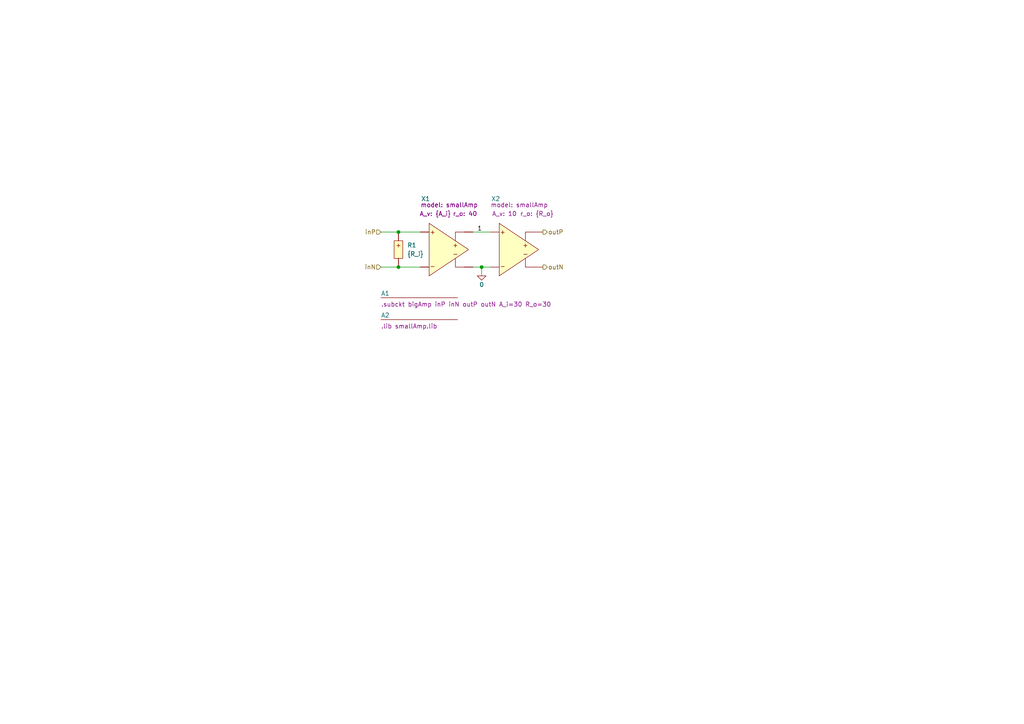
<source format=kicad_sch>
(kicad_sch (version 20250114) (generator "eeschema") (generator_version "9.0")
  (paper "A4")
  (lib_symbols
    (symbol "SLiCAP:Command" (pin_numbers (hide yes)) (pin_names (offset 0) (hide yes))
      (property "Reference" "A?" (at 0 1.27 0))
      (property "command" "?" (at 0 -1.905 0))
      (symbol "Command_0_1"
        (polyline (pts (xy 0 0) (xy 22.225 0)))
      )
    )
    (symbol "SLiCAP:GND" (power) (pin_numbers (hide yes)) (pin_names (offset 0) (hide yes))
      (property "Value" "0" (at 0 -2.54 0))
      (symbol "GND_0_1"
        (polyline (pts (xy -1.27 0) (xy 0 -1.27) (xy 1.27 0) (xy -1.27 0)))
      )
      (symbol "GND_1_1"
        (pin power_in line (at 0 0 0) (length 0) (name "~") (number "1"))
      )
    )
    (symbol "SLiCAP:R" (pin_numbers (hide yes)) (pin_names (offset 1.016) (hide yes))
      (property "Reference" "R?" (at 1.905 3.81 0))
      (property "Value" "?" (at 1.905 1.905 0) (show_name))
      (property "noisetemp" "0" (at 1.905 0 0) (show_name))
      (property "noiseflow" "0" (at 15.24 0 0) (show_name))
      (property "dcvar" "0" (at 1.905 -1.905 0) (show_name))
      (property "dcvarlot" "0" (at 15.24 -1.905 0) (show_name))
      (symbol "R_0_0"
        (text "+" (at 0 1.27 0) (effects (font (size 1.27 1.27))))
      )
      (symbol "R_1_0"
        (pin passive line (at 0 5.08 270) (length 2.54) (name "1") (number "1"))
        (pin passive line (at 0 -5.08 90) (length 2.54) (name "2") (number "2"))
      )
      (symbol "R_1_1"
        (rectangle (start -1.27 2.54) (end 1.27 -2.54) (fill (type background)))
      )
    )
    (symbol "SLiCAP:Xamp4" (pin_numbers (hide yes)) (pin_names (offset 0) (hide yes))
      (property "Reference" "X?" (at -4.826 12.319 0))
      (property "model" "?" (at -4.826 10.414 0) (show_name))
      (symbol "Xamp4_0_1"
        (polyline (pts (xy 5.08 5.08) (xy 2.54 5.08) (xy 2.54 2.54)))
        (polyline (pts (xy 5.08 -5.08) (xy 2.54 -5.08) (xy 2.54 -2.54)))
      )
      (symbol "Xamp4_1_0"
        (pin power_out line (at 7.62 5.08 180) (length 2.54) (name "outP") (number "3"))
        (pin power_out line (at 7.62 -5.08 180) (length 2.54) (name "outN") (number "4"))
      )
      (symbol "Xamp4_1_1"
        (polyline (pts (xy 6.35 0) (xy -5.08 7.62) (xy -5.08 -7.62) (xy 6.35 0)) (fill (type background)))
        (text "+" (at -4.064 5.08 0) (effects (font (size 1.27 1.27))))
        (text "-" (at -4.064 -4.826 0) (effects (font (size 1.27 1.27))))
        (text "+" (at 2.54 1.27 0) (effects (font (size 1.27 1.27))))
        (text "-" (at 2.54 -1.27 0) (effects (font (size 1.27 1.27))))
        (pin input line (at -7.62 5.08 0) (length 2.54) (name "inP") (number "1"))
        (pin input line (at -7.62 -5.08 0) (length 2.54) (name "inN") (number "2"))
      )
    )
  )
  (junction (at 115.57 77.47))
  (junction (at 115.57 67.31))
  (junction (at 139.7 77.47))
  (wire (pts (xy 142.24 67.31) (xy 137.16 67.31)))
  (wire (pts (xy 110.49 77.47) (xy 115.57 77.47)))
  (wire (pts (xy 142.24 77.47) (xy 139.7 77.47)))
  (wire (pts (xy 115.57 67.31) (xy 121.92 67.31)))
  (wire (pts (xy 139.7 77.47) (xy 137.16 77.47)))
  (wire (pts (xy 110.49 67.31) (xy 115.57 67.31)))
  (wire (pts (xy 139.7 77.47) (xy 139.7 80.01)))
  (wire (pts (xy 115.57 77.47) (xy 121.92 77.47)))
  (label "1" (at 138.43 67.31 0))
  (hierarchical_label "outN" (shape output) (at 157.48 77.47 0))
  (hierarchical_label "inN" (shape input) (at 110.49 77.47 180))
  (hierarchical_label "outP" (shape output) (at 157.48 67.31 0))
  (hierarchical_label "inP" (shape input) (at 110.49 67.31 180))
  (symbol (lib_id "SLiCAP:Command") (at 110.49 86.36 0) (unit 1)
    (property "Reference" "A1" (at 110.49 85.09 0) (effects (justify left)))
    (property "Description" "SLiCAP command (.lib, .param, .model. subckt}" (effects (hide yes)))
    (property "command" ".subckt bigAmp inP inN outP outN A_i=30 R_o=30" (at 110.49 88.265 0) (effects (justify left)))
  )
  (symbol (lib_id "SLiCAP:Command") (at 110.49 92.71 0) (unit 1)
    (property "Reference" "A2" (at 110.49 91.44 0) (effects (justify left)))
    (property "Description" "SLiCAP command (.lib, .param, .model. subckt}" (effects (hide yes)))
    (property "command" ".lib smallAmp.lib" (at 110.49 94.615 0) (effects (justify left)))
  )
  (symbol (lib_id "SLiCAP:GND") (at 139.7 80.01 0) (unit 1)
    (property "Reference" "#01" (effects (hide yes)))
    (property "Value" "0" (at 139.7 82.55 0))
    (property "Description" "0V reference potential" (effects (hide yes)))
  )
  (symbol (lib_id "SLiCAP:Xamp4") (at 149.86 72.39 0) (unit 1)
    (property "Reference" "X2" (at 143.764 57.658 0))
    (property "Description" "4-terminal amplifier sub circuit" (effects (hide yes)))
    (property "model" "smallAmp" (at 150.622 59.436 0) (show_name yes))
    (property "A_v" "10" (at 146.304 61.976 0) (show_name yes))
    (property "r_o" "{R_o}" (at 155.702 61.976 0) (show_name yes))
  )
  (symbol (lib_id "SLiCAP:R") (at 115.57 72.39 0) (unit 1)
    (property "Reference" "R1" (at 118.11 71.1199 0) (effects (justify left)))
    (property "Value" "{R_i}" (at 118.11 73.6599 0) (effects (justify left)))
    (property "Description" "Resistor (cannot have zero resistance)" (effects (hide yes)))
    (property "model" "R" (effects (hide yes)))
    (property "noisetemp" "0" (effects (hide yes)))
    (property "noiseflow" "0" (effects (hide yes)))
    (property "dcvar" "0" (effects (hide yes)))
    (property "dcvarlot" "0" (effects (hide yes)))
  )
  (symbol (lib_id "SLiCAP:Xamp4") (at 129.54 72.39 0) (unit 1)
    (property "Reference" "X1" (at 123.444 57.658 0))
    (property "Description" "4-terminal amplifier sub circuit" (effects (hide yes)))
    (property "model" "smallAmp" (at 130.302 59.436 0) (show_name yes))
    (property "A_v" "{A_i}" (at 126.238 61.976 0) (show_name yes))
    (property "r_o" "40" (at 134.874 61.976 0) (show_name yes))
  )
)
</source>
